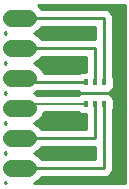
<source format=gtl>
G75*
G70*
%OFA0B0*%
%FSLAX24Y24*%
%IPPOS*%
%LPD*%
%AMOC8*
5,1,8,0,0,1.08239X$1,22.5*
%
%ADD10R,0.0157X0.0197*%
%ADD11C,0.0560*%
%ADD12C,0.0100*%
%ADD13C,0.0080*%
D10*
X003306Y003248D03*
X003601Y003248D03*
X003896Y003248D03*
X003896Y003956D03*
X003601Y003956D03*
X003306Y003956D03*
D11*
X001381Y004102D02*
X000821Y004102D01*
X000821Y003102D02*
X001381Y003102D01*
X001381Y002102D02*
X000821Y002102D01*
X000821Y001102D02*
X001381Y001102D01*
X001381Y005102D02*
X000821Y005102D01*
X000821Y006102D02*
X001381Y006102D01*
D12*
X000643Y000602D02*
X000601Y000602D01*
X000601Y000619D01*
X000643Y000602D01*
X001101Y001102D02*
X003896Y001102D01*
X003896Y003248D01*
X003601Y003248D02*
X003601Y002102D01*
X001101Y002102D01*
X001559Y002602D02*
X001681Y002653D01*
X001830Y002802D01*
X001895Y002958D01*
X003065Y002958D01*
X003085Y002937D01*
X003177Y002899D01*
X003301Y002899D01*
X003301Y002402D01*
X001830Y002402D01*
X001830Y002402D01*
X001681Y002551D01*
X001559Y002602D01*
X001604Y002621D02*
X003301Y002621D01*
X003301Y002719D02*
X001748Y002719D01*
X001837Y002818D02*
X003301Y002818D01*
X003135Y002916D02*
X001878Y002916D01*
X001710Y002522D02*
X003301Y002522D01*
X003301Y002424D02*
X001809Y002424D01*
X001830Y001802D02*
X003596Y001802D01*
X003596Y001402D01*
X001830Y001402D01*
X001830Y001402D01*
X001681Y001551D01*
X001559Y001602D01*
X001681Y001653D01*
X001830Y001802D01*
X001830Y001802D01*
X001762Y001734D02*
X003596Y001734D01*
X003596Y001635D02*
X001639Y001635D01*
X001695Y001537D02*
X003596Y001537D01*
X003596Y001438D02*
X001794Y001438D01*
X001830Y000802D02*
X003956Y000802D01*
X004066Y000848D01*
X004150Y000932D01*
X004196Y001042D01*
X004196Y001162D01*
X004196Y003030D01*
X004225Y003099D01*
X004225Y003396D01*
X004187Y003488D01*
X004116Y003558D01*
X004025Y003596D01*
X003768Y003596D01*
X003748Y003588D01*
X003729Y003596D01*
X003472Y003596D01*
X003453Y003588D01*
X003434Y003596D01*
X003177Y003596D01*
X003085Y003558D01*
X003065Y003538D01*
X001695Y003538D01*
X001681Y003551D01*
X001559Y003602D01*
X001681Y003653D01*
X001685Y003656D01*
X003075Y003656D01*
X003085Y003646D01*
X003177Y003608D01*
X003434Y003608D01*
X003453Y003616D01*
X003472Y003608D01*
X003729Y003608D01*
X003748Y003616D01*
X003768Y003608D01*
X004025Y003608D01*
X004116Y003646D01*
X004187Y003716D01*
X004225Y003808D01*
X004225Y004104D01*
X004196Y004174D01*
X004196Y006162D01*
X004150Y006272D01*
X004066Y006356D01*
X003956Y006402D01*
X003836Y006402D01*
X001830Y006402D01*
X001710Y006522D01*
X004601Y006522D01*
X004601Y000602D01*
X001559Y000602D01*
X001681Y000653D01*
X001830Y000802D01*
X001830Y000802D01*
X001777Y000748D02*
X004601Y000748D01*
X004601Y000650D02*
X001674Y000650D01*
X000643Y001602D02*
X000601Y001584D01*
X000601Y001619D01*
X000643Y001602D01*
X000601Y002584D02*
X000601Y002619D01*
X000643Y002602D01*
X000601Y002584D01*
X001101Y003102D02*
X001246Y003248D01*
X001569Y003606D02*
X004601Y003606D01*
X004601Y003508D02*
X004167Y003508D01*
X004219Y003409D02*
X004601Y003409D01*
X004601Y003311D02*
X004225Y003311D01*
X004225Y003212D02*
X004601Y003212D01*
X004601Y003113D02*
X004225Y003113D01*
X004196Y003015D02*
X004601Y003015D01*
X004601Y002916D02*
X004196Y002916D01*
X004196Y002818D02*
X004601Y002818D01*
X004601Y002719D02*
X004196Y002719D01*
X004196Y002621D02*
X004601Y002621D01*
X004601Y002522D02*
X004196Y002522D01*
X004196Y002424D02*
X004601Y002424D01*
X004601Y002325D02*
X004196Y002325D01*
X004196Y002227D02*
X004601Y002227D01*
X004601Y002128D02*
X004196Y002128D01*
X004196Y002029D02*
X004601Y002029D01*
X004601Y001931D02*
X004196Y001931D01*
X004196Y001832D02*
X004601Y001832D01*
X004601Y001734D02*
X004196Y001734D01*
X004196Y001635D02*
X004601Y001635D01*
X004601Y001537D02*
X004196Y001537D01*
X004196Y001438D02*
X004601Y001438D01*
X004601Y001340D02*
X004196Y001340D01*
X004196Y001241D02*
X004601Y001241D01*
X004601Y001143D02*
X004196Y001143D01*
X004196Y001044D02*
X004601Y001044D01*
X004601Y000946D02*
X004156Y000946D01*
X004065Y000847D02*
X004601Y000847D01*
X004601Y003705D02*
X004175Y003705D01*
X004223Y003803D02*
X004601Y003803D01*
X004601Y003902D02*
X004225Y003902D01*
X004225Y004000D02*
X004601Y004000D01*
X004601Y004099D02*
X004225Y004099D01*
X004196Y004197D02*
X004601Y004197D01*
X004601Y004296D02*
X004196Y004296D01*
X004196Y004395D02*
X004601Y004395D01*
X004601Y004493D02*
X004196Y004493D01*
X004196Y004592D02*
X004601Y004592D01*
X004601Y004690D02*
X004196Y004690D01*
X004196Y004789D02*
X004601Y004789D01*
X004601Y004887D02*
X004196Y004887D01*
X004196Y004986D02*
X004601Y004986D01*
X004601Y005084D02*
X004196Y005084D01*
X004196Y005183D02*
X004601Y005183D01*
X004601Y005281D02*
X004196Y005281D01*
X004196Y005380D02*
X004601Y005380D01*
X004601Y005479D02*
X004196Y005479D01*
X004196Y005577D02*
X004601Y005577D01*
X004601Y005676D02*
X004196Y005676D01*
X004196Y005774D02*
X004601Y005774D01*
X004601Y005873D02*
X004196Y005873D01*
X004196Y005971D02*
X004601Y005971D01*
X004601Y006070D02*
X004196Y006070D01*
X004193Y006168D02*
X004601Y006168D01*
X004601Y006267D02*
X004152Y006267D01*
X004044Y006365D02*
X004601Y006365D01*
X004601Y006464D02*
X001768Y006464D01*
X001830Y006402D02*
X001830Y006402D01*
X001830Y005802D02*
X003596Y005802D01*
X003596Y005402D01*
X001830Y005402D01*
X001830Y005402D01*
X001681Y005551D01*
X001559Y005602D01*
X001681Y005653D01*
X001830Y005802D01*
X001830Y005802D01*
X001803Y005774D02*
X003596Y005774D01*
X003596Y005676D02*
X001704Y005676D01*
X001619Y005577D02*
X003596Y005577D01*
X003596Y005479D02*
X001754Y005479D01*
X001830Y004802D02*
X003301Y004802D01*
X003301Y004305D01*
X003177Y004305D01*
X003085Y004267D01*
X003075Y004256D01*
X001891Y004256D01*
X001830Y004402D01*
X001681Y004551D01*
X001559Y004602D01*
X001681Y004653D01*
X001830Y004802D01*
X001830Y004802D01*
X001817Y004789D02*
X003301Y004789D01*
X003301Y004690D02*
X001719Y004690D01*
X001583Y004592D02*
X003301Y004592D01*
X003301Y004493D02*
X001739Y004493D01*
X001833Y004395D02*
X003301Y004395D01*
X003156Y004296D02*
X001874Y004296D01*
X001246Y003956D02*
X001101Y004102D01*
X001246Y003956D02*
X003306Y003956D01*
X003601Y003956D02*
X003601Y005102D01*
X001101Y005102D01*
X000643Y005602D02*
X000601Y005584D01*
X000601Y005619D01*
X000643Y005602D01*
X001101Y006102D02*
X003896Y006102D01*
X003896Y003956D01*
X000643Y003602D02*
X000601Y003584D01*
X000601Y003619D01*
X000643Y003602D01*
X000633Y003606D02*
X000601Y003606D01*
X000601Y004584D02*
X000601Y004619D01*
X000643Y004602D01*
X000601Y004584D01*
X000601Y004592D02*
X000618Y004592D01*
D13*
X001246Y003248D02*
X003306Y003248D01*
M02*

</source>
